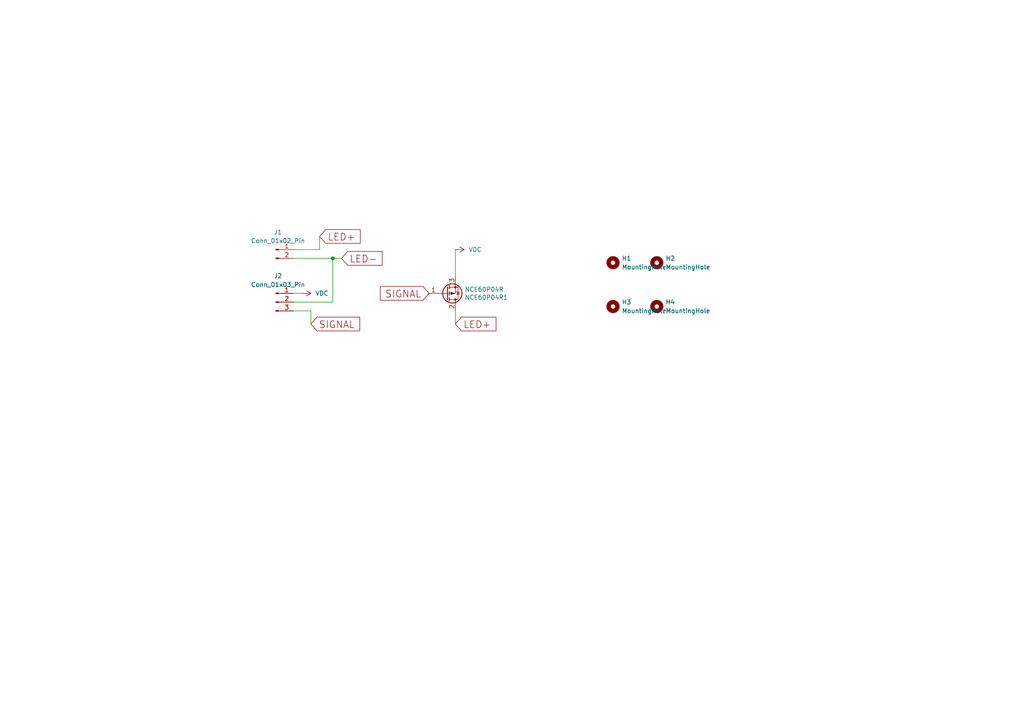
<source format=kicad_sch>
(kicad_sch (version 20231120) (generator "eeschema") (generator_version "8.0")
  (paper "A4")
  (lib_symbols
    (symbol "Connector:Conn_01x02_Pin" (pin_names (offset 1.016) hide)
      (property "Reference" "J" (at 0 2.54 0))
      (property "Value" "Conn_01x02_Pin" (at 0 -5.08 0))
      (symbol "Conn_01x02_Pin_1_1"
        (polyline (pts (xy 1.27 -2.54) (xy 0.8636 -2.54)) (stroke (width 0.1524)))
        (polyline (pts (xy 1.27 0) (xy 0.8636 0)) (stroke (width 0.1524)))
        (rectangle (start 0.8636 -2.413) (end 0 -2.667) (stroke (width 0.1524)) (fill (type outline)))
        (rectangle (start 0.8636 0.127) (end 0 -0.127) (stroke (width 0.1524)) (fill (type outline)))
        (pin passive line (at 5.08 0 180) (length 3.81) (name "Pin_1") (number "1"))
        (pin passive line (at 5.08 -2.54 180) (length 3.81) (name "Pin_2") (number "2"))
      )
    )
    (symbol "Connector:Conn_01x03_Pin" (pin_names (offset 1.016) hide)
      (property "Reference" "J" (at 0 5.08 0))
      (property "Value" "Conn_01x03_Pin" (at 0 -5.08 0))
      (symbol "Conn_01x03_Pin_1_1"
        (polyline (pts (xy 1.27 -2.54) (xy 0.8636 -2.54)) (stroke (width 0.1524)))
        (polyline (pts (xy 1.27 0) (xy 0.8636 0)) (stroke (width 0.1524)))
        (polyline (pts (xy 1.27 2.54) (xy 0.8636 2.54)) (stroke (width 0.1524)))
        (rectangle (start 0.8636 -2.413) (end 0 -2.667) (stroke (width 0.1524)) (fill (type outline)))
        (rectangle (start 0.8636 0.127) (end 0 -0.127) (stroke (width 0.1524)) (fill (type outline)))
        (rectangle (start 0.8636 2.667) (end 0 2.413) (stroke (width 0.1524)) (fill (type outline)))
        (pin passive line (at 5.08 2.54 180) (length 3.81) (name "Pin_1") (number "1"))
        (pin passive line (at 5.08 0 180) (length 3.81) (name "Pin_2") (number "2"))
        (pin passive line (at 5.08 -2.54 180) (length 3.81) (name "Pin_3") (number "3"))
      )
    )
    (symbol "Device:Q_PMOS_GDS" (pin_names (offset 0) hide)
      (property "Reference" "Q" (at 5.08 1.27 0))
      (property "Value" "Q_PMOS_GDS" (at 5.08 -1.27 0))
      (symbol "Q_PMOS_GDS_0_1"
        (polyline (pts (xy 0.254 0) (xy -2.54 0)))
        (polyline (pts (xy 0.254 1.905) (xy 0.254 -1.905)) (stroke (width 0.254)))
        (polyline (pts (xy 0.762 -1.27) (xy 0.762 -2.286)) (stroke (width 0.254)))
        (polyline (pts (xy 0.762 0.508) (xy 0.762 -0.508)) (stroke (width 0.254)))
        (polyline (pts (xy 0.762 2.286) (xy 0.762 1.27)) (stroke (width 0.254)))
        (polyline (pts (xy 2.54 2.54) (xy 2.54 1.778)))
        (polyline (pts (xy 2.54 -2.54) (xy 2.54 0) (xy 0.762 0)))
        (polyline (pts (xy 0.762 1.778) (xy 3.302 1.778) (xy 3.302 -1.778) (xy 0.762 -1.778)))
        (polyline (pts (xy 2.286 0) (xy 1.27 0.381) (xy 1.27 -0.381) (xy 2.286 0)) (fill (type outline)))
        (polyline (pts (xy 2.794 -0.508) (xy 2.921 -0.381) (xy 3.683 -0.381) (xy 3.81 -0.254)))
        (polyline (pts (xy 3.302 -0.381) (xy 2.921 0.254) (xy 3.683 0.254) (xy 3.302 -0.381)))
        (circle (center 1.651 0) (radius 2.794) (stroke (width 0.254)))
        (circle (center 2.54 -1.778) (radius 0.254) (fill (type outline)))
        (circle (center 2.54 1.778) (radius 0.254) (fill (type outline)))
      )
      (symbol "Q_PMOS_GDS_1_1"
        (pin input line (at -5.08 0 0) (length 2.54) (name "G") (number "1"))
        (pin passive line (at 2.54 5.08 270) (length 2.54) (name "D") (number "2"))
        (pin passive line (at 2.54 -5.08 90) (length 2.54) (name "S") (number "3"))
      )
    )
    (symbol "Mechanical:MountingHole" (pin_names (offset 1.016)) (exclude_from_sim yes) (in_bom no)
      (property "Reference" "H" (at 0 5.08 0))
      (property "Value" "MountingHole" (at 0 3.175 0))
      (symbol "MountingHole_0_1"
        (circle (center 0 0) (radius 1.27) (stroke (width 1.27)))
      )
    )
    (symbol "power:VDC" (power) (pin_numbers hide) (pin_names (offset 0) hide)
      (property "Value" "VDC" (at 0 3.556 0))
      (symbol "VDC_0_1"
        (polyline (pts (xy -0.762 1.27) (xy 0 2.54)))
        (polyline (pts (xy 0 0) (xy 0 2.54)))
        (polyline (pts (xy 0 2.54) (xy 0.762 1.27)))
      )
      (symbol "VDC_1_1"
        (pin power_in line (at 0 0 90) (length 0) (name "~") (number "1"))
      )
    )
  )
  (junction (at 96.52 74.93))
  (wire (pts (xy 132.08 93.98) (xy 132.08 90.17)))
  (wire (pts (xy 96.52 87.63) (xy 85.09 87.63)))
  (wire (pts (xy 96.52 74.93) (xy 96.52 87.63)))
  (wire (pts (xy 132.08 72.39) (xy 132.08 80.01)))
  (wire (pts (xy 99.06 74.93) (xy 96.52 74.93)))
  (wire (pts (xy 96.52 74.93) (xy 85.09 74.93)))
  (wire (pts (xy 90.17 90.17) (xy 85.09 90.17)))
  (wire (pts (xy 90.17 93.98) (xy 90.17 90.17)))
  (wire (pts (xy 92.71 68.58) (xy 92.71 72.39)))
  (wire (pts (xy 87.63 85.09) (xy 85.09 85.09)))
  (wire (pts (xy 92.71 72.39) (xy 85.09 72.39)))
  (global_label "LED+" (shape input) (at 92.71 68.58 0) (effects (font (size 2.0066 2.0066))) (property "Intersheetrefs" "${INTERSHEET_REFS}" (effects (hide yes))))
  (global_label "LED+" (shape input) (at 132.08 93.98 0) (effects (font (size 2.0066 2.0066))) (property "Intersheetrefs" "${INTERSHEET_REFS}" (effects (hide yes))))
  (global_label "SIGNAL" (shape input) (at 90.17 93.98 0) (effects (font (size 2.0066 2.0066))) (property "Intersheetrefs" "${INTERSHEET_REFS}" (effects (hide yes))))
  (global_label "LED-" (shape input) (at 99.06 74.93 0) (effects (font (size 2.0066 2.0066))) (property "Intersheetrefs" "${INTERSHEET_REFS}" (effects (hide yes))))
  (global_label "SIGNAL" (shape input) (at 124.46 85.09 180) (effects (font (size 2.0066 2.0066))) (property "Intersheetrefs" "${INTERSHEET_REFS}" (effects (hide yes))))
  (symbol (lib_id "power:VDC") (at 87.63 85.09 270) (unit 1)
    (property "Reference" "#PWR01" (effects (hide yes)))
    (property "Value" "VDC" (at 91.44 85.0899 90) (effects (justify left)))
    (property "Description" "Power symbol creates a global label with name \"VDC\"" (effects (hide yes)))
  )
  (symbol (lib_id "Connector:Conn_01x03_Pin") (at 80.01 87.63 0) (unit 1)
    (property "Reference" "J2" (at 80.645 80.01 0))
    (property "Value" "Conn_01x03_Pin" (at 80.645 82.55 0))
    (property "Footprint" "Connector_JST:JST_VH_B3P-VH_1x03_P3.96mm_Vertical" (effects (hide yes)))
    (property "Description" "Generic connector, single row, 01x03, script generated" (effects (hide yes)))
  )
  (symbol (lib_id "Mechanical:MountingHole") (at 177.8 88.9 0) (unit 1) (exclude_from_sim yes) (in_bom no)
    (property "Reference" "H3" (at 180.34 87.6299 0) (effects (justify left)))
    (property "Value" "MountingHole" (at 180.34 90.1699 0) (effects (justify left)))
    (property "Footprint" "MountingHole:MountingHole_3.2mm_M3" (effects (hide yes)))
    (property "Description" "Mounting Hole without connection" (effects (hide yes)))
  )
  (symbol (lib_id "power:VDC") (at 132.08 72.39 270) (unit 1)
    (property "Reference" "#PWR02" (effects (hide yes)))
    (property "Value" "VDC" (at 135.89 72.3899 90) (effects (justify left)))
    (property "Description" "Power symbol creates a global label with name \"VDC\"" (effects (hide yes)))
  )
  (symbol (lib_id "Device:Q_PMOS_GDS") (at 129.54 85.09 0) (mirror x) (unit 1)
    (property "Reference" "NCE60P04R1" (at 134.7724 86.2584 0) (effects (justify left)))
    (property "Value" "NCE60P04R" (at 134.7724 83.947 0) (effects (justify left)))
    (property "Footprint" "Package_TO_SOT_SMD:SOT-223-3_TabPin2" (effects (hide yes)))
  )
  (symbol (lib_id "Mechanical:MountingHole") (at 190.5 88.9 0) (unit 1) (exclude_from_sim yes) (in_bom no)
    (property "Reference" "H4" (at 193.04 87.6299 0) (effects (justify left)))
    (property "Value" "MountingHole" (at 193.04 90.1699 0) (effects (justify left)))
    (property "Footprint" "MountingHole:MountingHole_3.2mm_M3" (effects (hide yes)))
    (property "Description" "Mounting Hole without connection" (effects (hide yes)))
  )
  (symbol (lib_id "Mechanical:MountingHole") (at 190.5 76.2 0) (unit 1) (exclude_from_sim yes) (in_bom no)
    (property "Reference" "H2" (at 193.04 74.9299 0) (effects (justify left)))
    (property "Value" "MountingHole" (at 193.04 77.4699 0) (effects (justify left)))
    (property "Footprint" "MountingHole:MountingHole_3.2mm_M3" (effects (hide yes)))
    (property "Description" "Mounting Hole without connection" (effects (hide yes)))
  )
  (symbol (lib_id "Connector:Conn_01x02_Pin") (at 80.01 72.39 0) (unit 1)
    (property "Reference" "J1" (at 80.645 67.31 0))
    (property "Value" "Conn_01x02_Pin" (at 80.645 69.85 0))
    (property "Footprint" "Connector_JST:JST_VH_B2P-VH_1x02_P3.96mm_Vertical" (effects (hide yes)))
    (property "Description" "Generic connector, single row, 01x02, script generated" (effects (hide yes)))
  )
  (symbol (lib_id "Mechanical:MountingHole") (at 177.8 76.2 0) (unit 1) (exclude_from_sim yes) (in_bom no)
    (property "Reference" "H1" (at 180.34 74.9299 0) (effects (justify left)))
    (property "Value" "MountingHole" (at 180.34 77.4699 0) (effects (justify left)))
    (property "Footprint" "MountingHole:MountingHole_3.2mm_M3" (effects (hide yes)))
    (property "Description" "Mounting Hole without connection" (effects (hide yes)))
  )
)
</source>
